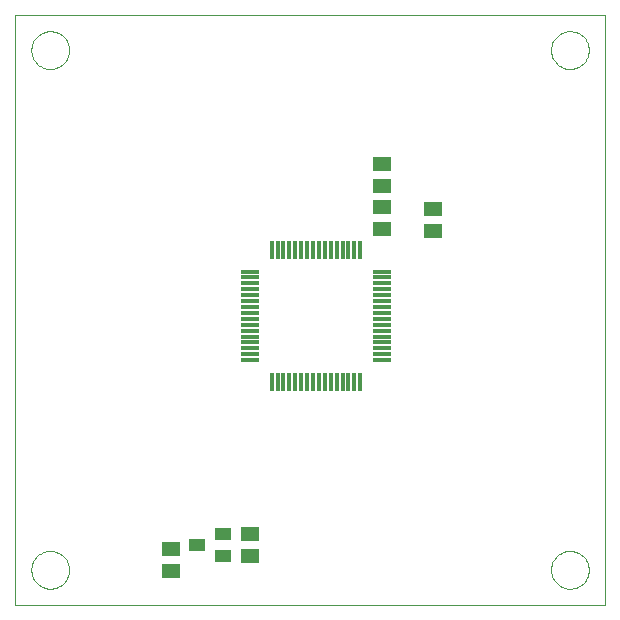
<source format=gtp>
G75*
G70*
%OFA0B0*%
%FSLAX24Y24*%
%IPPOS*%
%LPD*%
%AMOC8*
5,1,8,0,0,1.08239X$1,22.5*
%
%ADD10C,0.0000*%
%ADD11R,0.0630X0.0118*%
%ADD12R,0.0118X0.0630*%
%ADD13R,0.0591X0.0512*%
%ADD14R,0.0551X0.0394*%
D10*
X003295Y003295D02*
X022980Y003295D01*
X022980Y022980D01*
X003295Y022980D01*
X003295Y003295D01*
X003846Y004476D02*
X003848Y004526D01*
X003854Y004576D01*
X003864Y004625D01*
X003878Y004673D01*
X003895Y004720D01*
X003916Y004765D01*
X003941Y004809D01*
X003969Y004850D01*
X004001Y004889D01*
X004035Y004926D01*
X004072Y004960D01*
X004112Y004990D01*
X004154Y005017D01*
X004198Y005041D01*
X004244Y005062D01*
X004291Y005078D01*
X004339Y005091D01*
X004389Y005100D01*
X004438Y005105D01*
X004489Y005106D01*
X004539Y005103D01*
X004588Y005096D01*
X004637Y005085D01*
X004685Y005070D01*
X004731Y005052D01*
X004776Y005030D01*
X004819Y005004D01*
X004860Y004975D01*
X004899Y004943D01*
X004935Y004908D01*
X004967Y004870D01*
X004997Y004830D01*
X005024Y004787D01*
X005047Y004743D01*
X005066Y004697D01*
X005082Y004649D01*
X005094Y004600D01*
X005102Y004551D01*
X005106Y004501D01*
X005106Y004451D01*
X005102Y004401D01*
X005094Y004352D01*
X005082Y004303D01*
X005066Y004255D01*
X005047Y004209D01*
X005024Y004165D01*
X004997Y004122D01*
X004967Y004082D01*
X004935Y004044D01*
X004899Y004009D01*
X004860Y003977D01*
X004819Y003948D01*
X004776Y003922D01*
X004731Y003900D01*
X004685Y003882D01*
X004637Y003867D01*
X004588Y003856D01*
X004539Y003849D01*
X004489Y003846D01*
X004438Y003847D01*
X004389Y003852D01*
X004339Y003861D01*
X004291Y003874D01*
X004244Y003890D01*
X004198Y003911D01*
X004154Y003935D01*
X004112Y003962D01*
X004072Y003992D01*
X004035Y004026D01*
X004001Y004063D01*
X003969Y004102D01*
X003941Y004143D01*
X003916Y004187D01*
X003895Y004232D01*
X003878Y004279D01*
X003864Y004327D01*
X003854Y004376D01*
X003848Y004426D01*
X003846Y004476D01*
X003846Y021799D02*
X003848Y021849D01*
X003854Y021899D01*
X003864Y021948D01*
X003878Y021996D01*
X003895Y022043D01*
X003916Y022088D01*
X003941Y022132D01*
X003969Y022173D01*
X004001Y022212D01*
X004035Y022249D01*
X004072Y022283D01*
X004112Y022313D01*
X004154Y022340D01*
X004198Y022364D01*
X004244Y022385D01*
X004291Y022401D01*
X004339Y022414D01*
X004389Y022423D01*
X004438Y022428D01*
X004489Y022429D01*
X004539Y022426D01*
X004588Y022419D01*
X004637Y022408D01*
X004685Y022393D01*
X004731Y022375D01*
X004776Y022353D01*
X004819Y022327D01*
X004860Y022298D01*
X004899Y022266D01*
X004935Y022231D01*
X004967Y022193D01*
X004997Y022153D01*
X005024Y022110D01*
X005047Y022066D01*
X005066Y022020D01*
X005082Y021972D01*
X005094Y021923D01*
X005102Y021874D01*
X005106Y021824D01*
X005106Y021774D01*
X005102Y021724D01*
X005094Y021675D01*
X005082Y021626D01*
X005066Y021578D01*
X005047Y021532D01*
X005024Y021488D01*
X004997Y021445D01*
X004967Y021405D01*
X004935Y021367D01*
X004899Y021332D01*
X004860Y021300D01*
X004819Y021271D01*
X004776Y021245D01*
X004731Y021223D01*
X004685Y021205D01*
X004637Y021190D01*
X004588Y021179D01*
X004539Y021172D01*
X004489Y021169D01*
X004438Y021170D01*
X004389Y021175D01*
X004339Y021184D01*
X004291Y021197D01*
X004244Y021213D01*
X004198Y021234D01*
X004154Y021258D01*
X004112Y021285D01*
X004072Y021315D01*
X004035Y021349D01*
X004001Y021386D01*
X003969Y021425D01*
X003941Y021466D01*
X003916Y021510D01*
X003895Y021555D01*
X003878Y021602D01*
X003864Y021650D01*
X003854Y021699D01*
X003848Y021749D01*
X003846Y021799D01*
X021169Y021799D02*
X021171Y021849D01*
X021177Y021899D01*
X021187Y021948D01*
X021201Y021996D01*
X021218Y022043D01*
X021239Y022088D01*
X021264Y022132D01*
X021292Y022173D01*
X021324Y022212D01*
X021358Y022249D01*
X021395Y022283D01*
X021435Y022313D01*
X021477Y022340D01*
X021521Y022364D01*
X021567Y022385D01*
X021614Y022401D01*
X021662Y022414D01*
X021712Y022423D01*
X021761Y022428D01*
X021812Y022429D01*
X021862Y022426D01*
X021911Y022419D01*
X021960Y022408D01*
X022008Y022393D01*
X022054Y022375D01*
X022099Y022353D01*
X022142Y022327D01*
X022183Y022298D01*
X022222Y022266D01*
X022258Y022231D01*
X022290Y022193D01*
X022320Y022153D01*
X022347Y022110D01*
X022370Y022066D01*
X022389Y022020D01*
X022405Y021972D01*
X022417Y021923D01*
X022425Y021874D01*
X022429Y021824D01*
X022429Y021774D01*
X022425Y021724D01*
X022417Y021675D01*
X022405Y021626D01*
X022389Y021578D01*
X022370Y021532D01*
X022347Y021488D01*
X022320Y021445D01*
X022290Y021405D01*
X022258Y021367D01*
X022222Y021332D01*
X022183Y021300D01*
X022142Y021271D01*
X022099Y021245D01*
X022054Y021223D01*
X022008Y021205D01*
X021960Y021190D01*
X021911Y021179D01*
X021862Y021172D01*
X021812Y021169D01*
X021761Y021170D01*
X021712Y021175D01*
X021662Y021184D01*
X021614Y021197D01*
X021567Y021213D01*
X021521Y021234D01*
X021477Y021258D01*
X021435Y021285D01*
X021395Y021315D01*
X021358Y021349D01*
X021324Y021386D01*
X021292Y021425D01*
X021264Y021466D01*
X021239Y021510D01*
X021218Y021555D01*
X021201Y021602D01*
X021187Y021650D01*
X021177Y021699D01*
X021171Y021749D01*
X021169Y021799D01*
X021169Y004476D02*
X021171Y004526D01*
X021177Y004576D01*
X021187Y004625D01*
X021201Y004673D01*
X021218Y004720D01*
X021239Y004765D01*
X021264Y004809D01*
X021292Y004850D01*
X021324Y004889D01*
X021358Y004926D01*
X021395Y004960D01*
X021435Y004990D01*
X021477Y005017D01*
X021521Y005041D01*
X021567Y005062D01*
X021614Y005078D01*
X021662Y005091D01*
X021712Y005100D01*
X021761Y005105D01*
X021812Y005106D01*
X021862Y005103D01*
X021911Y005096D01*
X021960Y005085D01*
X022008Y005070D01*
X022054Y005052D01*
X022099Y005030D01*
X022142Y005004D01*
X022183Y004975D01*
X022222Y004943D01*
X022258Y004908D01*
X022290Y004870D01*
X022320Y004830D01*
X022347Y004787D01*
X022370Y004743D01*
X022389Y004697D01*
X022405Y004649D01*
X022417Y004600D01*
X022425Y004551D01*
X022429Y004501D01*
X022429Y004451D01*
X022425Y004401D01*
X022417Y004352D01*
X022405Y004303D01*
X022389Y004255D01*
X022370Y004209D01*
X022347Y004165D01*
X022320Y004122D01*
X022290Y004082D01*
X022258Y004044D01*
X022222Y004009D01*
X022183Y003977D01*
X022142Y003948D01*
X022099Y003922D01*
X022054Y003900D01*
X022008Y003882D01*
X021960Y003867D01*
X021911Y003856D01*
X021862Y003849D01*
X021812Y003846D01*
X021761Y003847D01*
X021712Y003852D01*
X021662Y003861D01*
X021614Y003874D01*
X021567Y003890D01*
X021521Y003911D01*
X021477Y003935D01*
X021435Y003962D01*
X021395Y003992D01*
X021358Y004026D01*
X021324Y004063D01*
X021292Y004102D01*
X021264Y004143D01*
X021239Y004187D01*
X021218Y004232D01*
X021201Y004279D01*
X021187Y004327D01*
X021177Y004376D01*
X021171Y004426D01*
X021169Y004476D01*
D11*
X015539Y011465D03*
X015539Y011661D03*
X015539Y011858D03*
X015539Y012055D03*
X015539Y012252D03*
X015539Y012449D03*
X015539Y012646D03*
X015539Y012843D03*
X015539Y013039D03*
X015539Y013236D03*
X015539Y013433D03*
X015539Y013630D03*
X015539Y013827D03*
X015539Y014024D03*
X015539Y014220D03*
X015539Y014417D03*
X011130Y014417D03*
X011130Y014220D03*
X011130Y014024D03*
X011130Y013827D03*
X011130Y013630D03*
X011130Y013433D03*
X011130Y013236D03*
X011130Y013039D03*
X011130Y012843D03*
X011130Y012646D03*
X011130Y012449D03*
X011130Y012252D03*
X011130Y012055D03*
X011130Y011858D03*
X011130Y011661D03*
X011130Y011465D03*
D12*
X011858Y010736D03*
X012055Y010736D03*
X012252Y010736D03*
X012449Y010736D03*
X012646Y010736D03*
X012843Y010736D03*
X013039Y010736D03*
X013236Y010736D03*
X013433Y010736D03*
X013630Y010736D03*
X013827Y010736D03*
X014024Y010736D03*
X014220Y010736D03*
X014417Y010736D03*
X014614Y010736D03*
X014811Y010736D03*
X014811Y015146D03*
X014614Y015146D03*
X014417Y015146D03*
X014220Y015146D03*
X014024Y015146D03*
X013827Y015146D03*
X013630Y015146D03*
X013433Y015146D03*
X013236Y015146D03*
X013039Y015146D03*
X012843Y015146D03*
X012646Y015146D03*
X012449Y015146D03*
X012252Y015146D03*
X012055Y015146D03*
X011858Y015146D03*
D13*
X015545Y015821D03*
X015545Y016569D03*
X015545Y017271D03*
X015545Y018019D03*
X017245Y016519D03*
X017245Y015771D03*
X011145Y005669D03*
X011145Y004921D03*
X008495Y005169D03*
X008495Y004421D03*
D14*
X009362Y005295D03*
X010228Y004921D03*
X010228Y005669D03*
M02*

</source>
